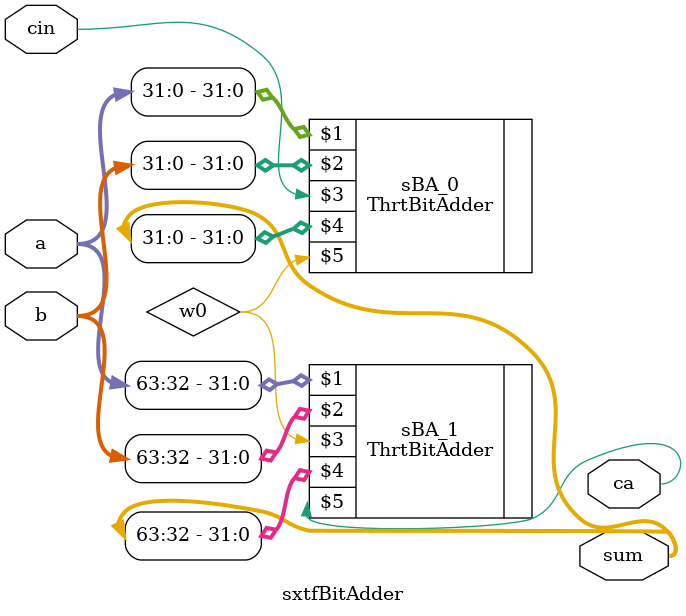
<source format=v>
`include "32bit.v"
module sxtfBitAdder (a,b,cin,sum, ca);
input[63:0] a, b;
input cin;
output[63:0] sum;
output ca;
wire w0;
	
	ThrtBitAdder sBA_0(a[31:0],b[31:0],cin,sum[31:0],w0);
	ThrtBitAdder sBA_1(a[63:32],b[63:32],w0 ,sum[63:32],ca);
	
	
endmodule

</source>
